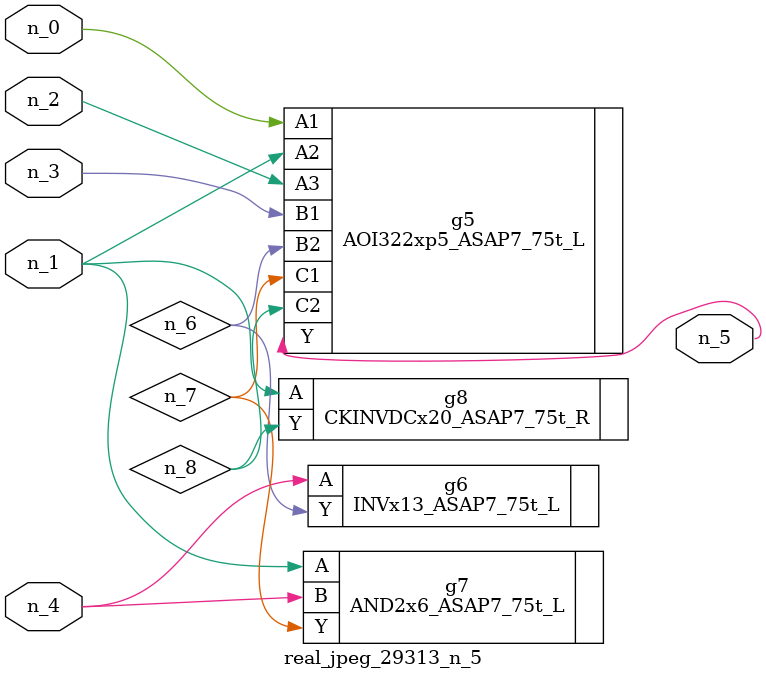
<source format=v>
module real_jpeg_29313_n_5 (n_4, n_0, n_1, n_2, n_3, n_5);

input n_4;
input n_0;
input n_1;
input n_2;
input n_3;

output n_5;

wire n_8;
wire n_6;
wire n_7;

AOI322xp5_ASAP7_75t_L g5 ( 
.A1(n_0),
.A2(n_1),
.A3(n_2),
.B1(n_3),
.B2(n_6),
.C1(n_7),
.C2(n_8),
.Y(n_5)
);

AND2x6_ASAP7_75t_L g7 ( 
.A(n_1),
.B(n_4),
.Y(n_7)
);

CKINVDCx20_ASAP7_75t_R g8 ( 
.A(n_1),
.Y(n_8)
);

INVx13_ASAP7_75t_L g6 ( 
.A(n_4),
.Y(n_6)
);


endmodule
</source>
